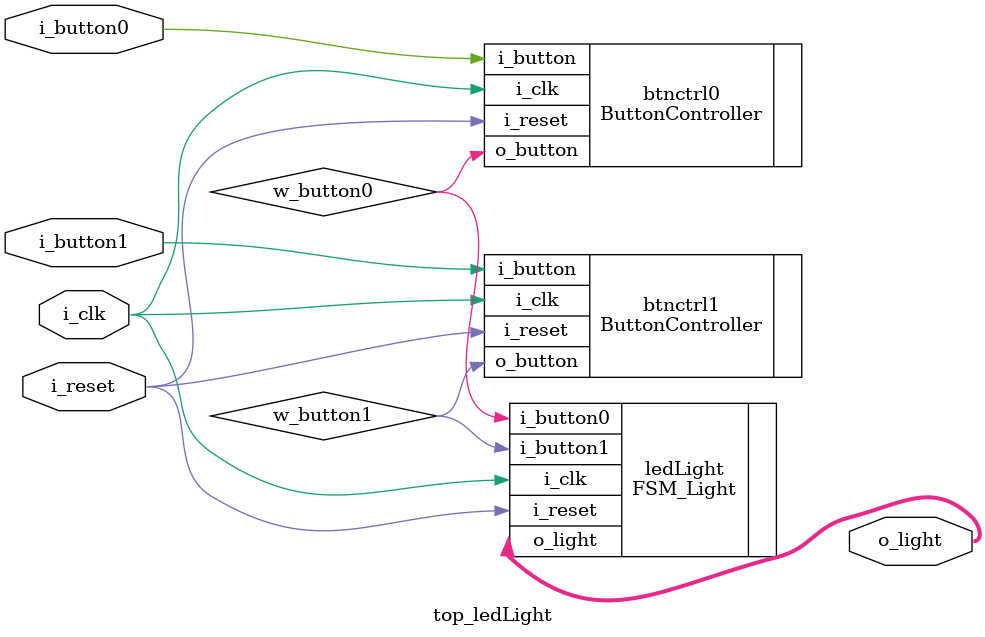
<source format=v>
`timescale 1ns / 1ps

module top_ledLight(
    input i_clk,
    input i_reset,
    input i_button0, i_button1,

    output [1:0] o_light
    );

    wire w_button0, w_button1;

    ButtonController btnctrl0(
        .i_clk(i_clk),
        .i_reset(i_reset),
        .i_button(i_button0),
        .o_button(w_button0)
    );

    ButtonController btnctrl1(
        .i_clk(i_clk),
        .i_reset(i_reset),
        .i_button(i_button1),
        .o_button(w_button1)
    );

    FSM_Light ledLight(
        .i_clk(i_clk),
        .i_reset(i_reset),
        .i_button0(w_button0),
        .i_button1(w_button1),
        .o_light(o_light)
    );


endmodule

</source>
